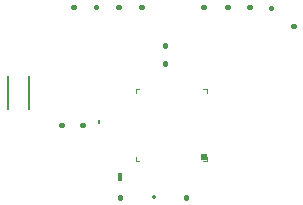
<source format=gto>
G75*
G70*
%OFA0B0*%
%FSLAX24Y24*%
%IPPOS*%
%LPD*%
%AMOC8*
5,1,8,0,0,1.08239X$1,22.5*
%
%ADD10C,0.0040*%
%ADD11R,0.0197X0.0197*%
%ADD12C,0.0160*%
%ADD13R,0.0160X0.0280*%
%ADD14C,0.0138*%
%ADD15R,0.0108X0.0138*%
%ADD16C,0.0080*%
D10*
X004834Y004834D02*
X004952Y004834D01*
X004834Y004834D02*
X004834Y004952D01*
X004834Y007098D02*
X004834Y007216D01*
X004952Y007216D01*
X007098Y007216D02*
X007216Y007216D01*
X007216Y007098D01*
X007216Y004952D02*
X007216Y004834D01*
X007098Y004834D01*
D11*
X007108Y004943D03*
D12*
X004320Y003620D02*
X004320Y003596D01*
X006502Y003596D02*
X006502Y003620D01*
X003088Y006021D02*
X003064Y006021D01*
X002380Y006021D02*
X002356Y006021D01*
X005813Y008049D02*
X005813Y008073D01*
X005820Y008667D02*
X005820Y008691D01*
X005049Y009943D02*
X005025Y009943D01*
X004281Y009939D02*
X004257Y009939D01*
X003529Y009950D02*
X003505Y009950D01*
X002785Y009939D02*
X002761Y009939D01*
X007092Y009943D02*
X007116Y009943D01*
X007887Y009946D02*
X007911Y009946D01*
X008616Y009950D02*
X008640Y009950D01*
X009336Y009927D02*
X009360Y009927D01*
X010076Y009332D02*
X010100Y009332D01*
D13*
X004305Y004285D03*
D14*
X005439Y003608D03*
D15*
X003609Y006116D03*
D16*
X001296Y006565D02*
X001296Y007665D01*
X000596Y007665D02*
X000596Y006565D01*
M02*

</source>
